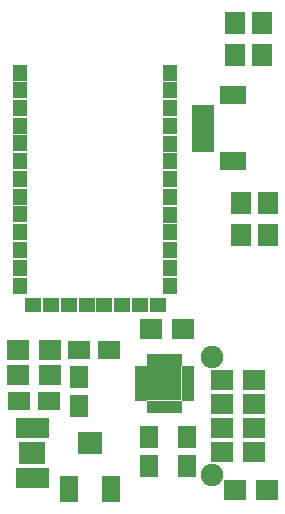
<source format=gts>
G04 #@! TF.FileFunction,Soldermask,Top*
%FSLAX46Y46*%
G04 Gerber Fmt 4.6, Leading zero omitted, Abs format (unit mm)*
G04 Created by KiCad (PCBNEW 4.0.4-stable) date 01/25/17 01:33:11*
%MOMM*%
%LPD*%
G01*
G04 APERTURE LIST*
%ADD10C,0.100000*%
%ADD11R,1.700000X1.900000*%
%ADD12R,1.950000X1.000000*%
%ADD13R,2.200000X1.600000*%
%ADD14R,1.299160X1.400760*%
%ADD15R,1.400760X1.299160*%
%ADD16R,1.900000X1.700000*%
%ADD17R,1.900000X1.650000*%
%ADD18R,1.000000X1.950000*%
%ADD19R,1.600000X2.200000*%
%ADD20R,1.650000X1.900000*%
%ADD21R,0.831800X1.797000*%
%ADD22R,2.279600X1.974800*%
%ADD23R,0.550000X1.000000*%
%ADD24R,1.000000X0.550000*%
%ADD25R,2.850000X2.850000*%
%ADD26C,1.900000*%
G04 APERTURE END LIST*
D10*
D11*
X128651000Y-59262000D03*
X128651000Y-56562000D03*
D12*
X125420000Y-48728500D03*
X125420000Y-49728500D03*
X125420000Y-50728500D03*
X125420000Y-51728500D03*
D13*
X127945000Y-47428500D03*
X127945000Y-53028500D03*
D11*
X130429000Y-44022000D03*
X130429000Y-41322000D03*
X128143000Y-44022000D03*
X128143000Y-41322000D03*
X130937000Y-56562000D03*
X130937000Y-59262000D03*
D14*
X122656600Y-63571120D03*
X122656600Y-62069980D03*
X122656600Y-60520580D03*
X122656600Y-59019440D03*
X122656600Y-57520840D03*
X122656600Y-56019700D03*
X122656600Y-54521100D03*
X122656600Y-53019960D03*
X122656600Y-51521360D03*
X122656600Y-50020220D03*
X122656600Y-48519080D03*
X122656600Y-47020480D03*
X122651520Y-45516800D03*
X109938820Y-45506640D03*
X109948980Y-47007780D03*
X109948980Y-48506380D03*
X109948980Y-50007520D03*
X109948980Y-51508660D03*
X109948980Y-53007260D03*
X109948980Y-54508400D03*
X109948980Y-56007000D03*
X109948980Y-57508140D03*
X109948980Y-59006740D03*
X109948980Y-60507880D03*
X109948980Y-62057280D03*
X109948980Y-63558420D03*
D15*
X111079280Y-65166240D03*
X112577880Y-65166240D03*
X114089180Y-65166240D03*
X115587780Y-65166240D03*
X117088920Y-65166240D03*
X118590060Y-65166240D03*
X120088660Y-65166240D03*
X121589800Y-65166240D03*
D16*
X109775000Y-68961000D03*
X112475000Y-68961000D03*
D17*
X114955000Y-68961000D03*
X117455000Y-68961000D03*
D16*
X109775000Y-71120000D03*
X112475000Y-71120000D03*
D18*
X115387500Y-76866000D03*
X116387500Y-76866000D03*
D19*
X114087500Y-80741000D03*
X117687500Y-80741000D03*
D20*
X114935000Y-73767000D03*
X114935000Y-71267000D03*
D17*
X109875000Y-73342500D03*
X112375000Y-73342500D03*
D21*
X111963200Y-75590400D03*
X111328200Y-75590400D03*
X110667800Y-75590400D03*
X110032800Y-75590400D03*
X110032800Y-79857600D03*
X110667800Y-79857600D03*
X111328200Y-79857600D03*
X111963200Y-79857600D03*
D22*
X110998000Y-77724000D03*
D16*
X127047000Y-77597000D03*
X129747000Y-77597000D03*
D20*
X124079000Y-76347000D03*
X124079000Y-78847000D03*
D16*
X128126500Y-80835500D03*
X130826500Y-80835500D03*
X127047000Y-75565000D03*
X129747000Y-75565000D03*
X127047000Y-73533000D03*
X129747000Y-73533000D03*
D20*
X120904000Y-76347000D03*
X120904000Y-78847000D03*
D16*
X127047000Y-71501000D03*
X129747000Y-71501000D03*
X123737360Y-67243960D03*
X121037360Y-67243960D03*
D23*
X123424000Y-69818500D03*
X122924000Y-69818500D03*
X122424000Y-69818500D03*
X121924000Y-69818500D03*
X121424000Y-69818500D03*
X120924000Y-69818500D03*
D24*
X120174000Y-70568500D03*
X120174000Y-71068500D03*
X120174000Y-71568500D03*
X120174000Y-72068500D03*
X120174000Y-72568500D03*
X120174000Y-73068500D03*
D23*
X120924000Y-73818500D03*
X121424000Y-73818500D03*
X121924000Y-73818500D03*
X122424000Y-73818500D03*
X122924000Y-73818500D03*
X123424000Y-73818500D03*
D24*
X124174000Y-73068500D03*
X124174000Y-72568500D03*
X124174000Y-72068500D03*
X124174000Y-71568500D03*
X124174000Y-71068500D03*
X124174000Y-70568500D03*
D25*
X122174000Y-71818500D03*
D26*
X126238000Y-79549000D03*
X126238000Y-69549000D03*
M02*

</source>
